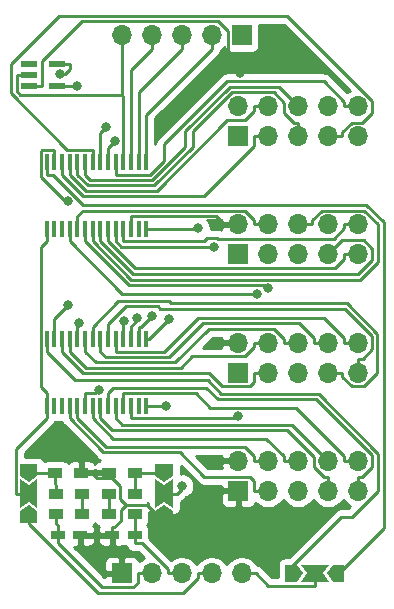
<source format=gtl>
%TF.GenerationSoftware,KiCad,Pcbnew,(5.1.6-0-10_14)*%
%TF.CreationDate,2020-09-10T14:25:20+09:00*%
%TF.ProjectId,qPCR-photo_mux_ADG706BRUZ-ND,71504352-2d70-4686-9f74-6f5f6d75785f,rev?*%
%TF.SameCoordinates,Original*%
%TF.FileFunction,Copper,L1,Top*%
%TF.FilePolarity,Positive*%
%FSLAX46Y46*%
G04 Gerber Fmt 4.6, Leading zero omitted, Abs format (unit mm)*
G04 Created by KiCad (PCBNEW (5.1.6-0-10_14)) date 2020-09-10 14:25:20*
%MOMM*%
%LPD*%
G01*
G04 APERTURE LIST*
%TA.AperFunction,SMDPad,CuDef*%
%ADD10R,1.200000X0.750000*%
%TD*%
%TA.AperFunction,ComponentPad*%
%ADD11O,1.700000X1.700000*%
%TD*%
%TA.AperFunction,ComponentPad*%
%ADD12R,1.700000X1.700000*%
%TD*%
%TA.AperFunction,SMDPad,CuDef*%
%ADD13C,0.100000*%
%TD*%
%TA.AperFunction,Conductor*%
%ADD14C,0.100000*%
%TD*%
%TA.AperFunction,SMDPad,CuDef*%
%ADD15R,1.200000X0.900000*%
%TD*%
%TA.AperFunction,SMDPad,CuDef*%
%ADD16R,0.355600X1.473200*%
%TD*%
%TA.AperFunction,SMDPad,CuDef*%
%ADD17R,1.473200X0.558800*%
%TD*%
%TA.AperFunction,ViaPad*%
%ADD18C,0.800000*%
%TD*%
%TA.AperFunction,Conductor*%
%ADD19C,0.250000*%
%TD*%
%TA.AperFunction,Conductor*%
%ADD20C,0.254000*%
%TD*%
G04 APERTURE END LIST*
D10*
%TO.P,C1,2*%
%TO.N,GND*%
X89650000Y-106750000D03*
%TO.P,C1,1*%
%TO.N,+10V*%
X87750000Y-106750000D03*
%TD*%
%TO.P,C2,1*%
%TO.N,-10V*%
X94250000Y-106750000D03*
%TO.P,C2,2*%
%TO.N,GND*%
X92350000Y-106750000D03*
%TD*%
D11*
%TO.P,J1,5*%
%TO.N,PD_MUX_OUT*%
X103298000Y-110000000D03*
%TO.P,J1,4*%
%TO.N,VCC_LOGIC*%
X100758000Y-110000000D03*
%TO.P,J1,3*%
%TO.N,-10V*%
X98218000Y-110000000D03*
%TO.P,J1,2*%
%TO.N,+10V*%
X95678000Y-110000000D03*
D12*
%TO.P,J1,1*%
%TO.N,GND*%
X93138000Y-110000000D03*
%TD*%
%TO.P,J2,1*%
%TO.N,ADDRESSA3*%
X103298000Y-64440000D03*
D11*
%TO.P,J2,2*%
%TO.N,ADDRESSA2*%
X100758000Y-64440000D03*
%TO.P,J2,3*%
%TO.N,ADDRESSA1*%
X98218000Y-64440000D03*
%TO.P,J2,4*%
%TO.N,ADDRESSA0*%
X95678000Y-64440000D03*
%TO.P,J2,5*%
%TO.N,MUX_SELECT*%
X93138000Y-64440000D03*
%TD*%
%TA.AperFunction,SMDPad,CuDef*%
D13*
%TO.P,JP1,1*%
%TO.N,/PD_MUX_OUT1*%
G36*
X110500000Y-110000000D02*
G01*
X111000000Y-109250000D01*
X112000000Y-109250000D01*
X112000000Y-110750000D01*
X111000000Y-110750000D01*
X110500000Y-110000000D01*
G37*
%TD.AperFunction*%
%TA.AperFunction,Conductor*%
D14*
%TD*%
%TO.N,PD_MUX_OUT*%
%TO.C,JP1*%
G36*
X108800000Y-110000000D02*
G01*
X108300000Y-109250000D01*
X110700000Y-109250000D01*
X110200000Y-110000000D01*
X110700000Y-110750000D01*
X108300000Y-110750000D01*
X108800000Y-110000000D01*
G37*
%TD.AperFunction*%
%TA.AperFunction,SMDPad,CuDef*%
D13*
%TO.P,JP1,3*%
%TO.N,/PD_MUX_OUT2*%
G36*
X108500000Y-110000000D02*
G01*
X108000000Y-110750000D01*
X107000000Y-110750000D01*
X107000000Y-109250000D01*
X108000000Y-109250000D01*
X108500000Y-110000000D01*
G37*
%TD.AperFunction*%
%TD*%
%TA.AperFunction,SMDPad,CuDef*%
%TO.P,JP2,3*%
%TO.N,/+3.33V*%
G36*
X85250000Y-102250000D02*
G01*
X84500000Y-101750000D01*
X84500000Y-100750000D01*
X86000000Y-100750000D01*
X86000000Y-101750000D01*
X85250000Y-102250000D01*
G37*
%TD.AperFunction*%
%TA.AperFunction,Conductor*%
D14*
%TD*%
%TO.N,/VDD*%
%TO.C,JP2*%
G36*
X85250000Y-102550000D02*
G01*
X86000000Y-102050000D01*
X86000000Y-104450000D01*
X85250000Y-103950000D01*
X84500000Y-104450000D01*
X84500000Y-102050000D01*
X85250000Y-102550000D01*
G37*
%TD.AperFunction*%
%TA.AperFunction,SMDPad,CuDef*%
D13*
%TO.P,JP2,1*%
%TO.N,VCC_LOGIC*%
G36*
X85250000Y-104250000D02*
G01*
X86000000Y-104750000D01*
X86000000Y-105750000D01*
X84500000Y-105750000D01*
X84500000Y-104750000D01*
X85250000Y-104250000D01*
G37*
%TD.AperFunction*%
%TD*%
%TA.AperFunction,SMDPad,CuDef*%
%TO.P,JP3,1*%
%TO.N,GND*%
G36*
X96750000Y-104250000D02*
G01*
X97500000Y-104750000D01*
X97500000Y-105750000D01*
X96000000Y-105750000D01*
X96000000Y-104750000D01*
X96750000Y-104250000D01*
G37*
%TD.AperFunction*%
%TA.AperFunction,Conductor*%
D14*
%TD*%
%TO.N,/VSS*%
%TO.C,JP3*%
G36*
X96750000Y-102550000D02*
G01*
X97500000Y-102050000D01*
X97500000Y-104450000D01*
X96750000Y-103950000D01*
X96000000Y-104450000D01*
X96000000Y-102050000D01*
X96750000Y-102550000D01*
G37*
%TD.AperFunction*%
%TA.AperFunction,SMDPad,CuDef*%
D13*
%TO.P,JP3,3*%
%TO.N,/-3.33V*%
G36*
X96750000Y-102250000D02*
G01*
X96000000Y-101750000D01*
X96000000Y-100750000D01*
X97500000Y-100750000D01*
X97500000Y-101750000D01*
X96750000Y-102250000D01*
G37*
%TD.AperFunction*%
%TD*%
D11*
%TO.P,N_PD1,10*%
%TO.N,N_PD1_OUT1*%
X113160000Y-70460000D03*
%TO.P,N_PD1,9*%
%TO.N,N_PD1_OUT2*%
X113160000Y-73000000D03*
%TO.P,N_PD1,8*%
%TO.N,N_PD1_OUT3*%
X110620000Y-70460000D03*
%TO.P,N_PD1,7*%
%TO.N,N_PD1_OUT4*%
X110620000Y-73000000D03*
%TO.P,N_PD1,6*%
%TO.N,N_PD1_OUT5*%
X108080000Y-70460000D03*
%TO.P,N_PD1,5*%
%TO.N,N_PD1_OUT6*%
X108080000Y-73000000D03*
%TO.P,N_PD1,4*%
%TO.N,N_PD1_OUT7*%
X105540000Y-70460000D03*
%TO.P,N_PD1,3*%
%TO.N,N_PD1_OUT8*%
X105540000Y-73000000D03*
%TO.P,N_PD1,2*%
%TO.N,GND*%
X103000000Y-70460000D03*
D12*
%TO.P,N_PD1,1*%
X103000000Y-73000000D03*
%TD*%
%TO.P,N_PD2,1*%
%TO.N,GND*%
X103000000Y-83000000D03*
D11*
%TO.P,N_PD2,2*%
X103000000Y-80460000D03*
%TO.P,N_PD2,3*%
%TO.N,N_PD1_OUT16*%
X105540000Y-83000000D03*
%TO.P,N_PD2,4*%
%TO.N,N_PD1_OUT15*%
X105540000Y-80460000D03*
%TO.P,N_PD2,5*%
%TO.N,N_PD1_OUT14*%
X108080000Y-83000000D03*
%TO.P,N_PD2,6*%
%TO.N,N_PD1_OUT13*%
X108080000Y-80460000D03*
%TO.P,N_PD2,7*%
%TO.N,N_PD1_OUT12*%
X110620000Y-83000000D03*
%TO.P,N_PD2,8*%
%TO.N,N_PD1_OUT10*%
X110620000Y-80460000D03*
%TO.P,N_PD2,9*%
%TO.N,N_PD1_OUT11*%
X113160000Y-83000000D03*
%TO.P,N_PD2,10*%
%TO.N,N_PD1_OUT9*%
X113160000Y-80460000D03*
%TD*%
D15*
%TO.P,R1,2*%
%TO.N,Net-(R1-Pad2)*%
X89750000Y-105000000D03*
%TO.P,R1,1*%
%TO.N,+10V*%
X87550000Y-105000000D03*
%TD*%
%TO.P,R2,1*%
%TO.N,Net-(R1-Pad2)*%
X89750000Y-103250000D03*
%TO.P,R2,2*%
%TO.N,/+3.33V*%
X87550000Y-103250000D03*
%TD*%
%TO.P,R3,2*%
%TO.N,GND*%
X89700000Y-101500000D03*
%TO.P,R3,1*%
%TO.N,/+3.33V*%
X87500000Y-101500000D03*
%TD*%
%TO.P,R4,1*%
%TO.N,-10V*%
X94250000Y-105000000D03*
%TO.P,R4,2*%
%TO.N,Net-(R4-Pad2)*%
X92050000Y-105000000D03*
%TD*%
%TO.P,R5,2*%
%TO.N,/-3.33V*%
X94250000Y-103250000D03*
%TO.P,R5,1*%
%TO.N,Net-(R4-Pad2)*%
X92050000Y-103250000D03*
%TD*%
%TO.P,R6,1*%
%TO.N,/-3.33V*%
X94250000Y-101500000D03*
%TO.P,R6,2*%
%TO.N,GND*%
X92050000Y-101500000D03*
%TD*%
D12*
%TO.P,S_PD1,1*%
%TO.N,GND*%
X103000000Y-93000000D03*
D11*
%TO.P,S_PD1,2*%
X103000000Y-90460000D03*
%TO.P,S_PD1,3*%
%TO.N,S_PD1_OUT8*%
X105540000Y-93000000D03*
%TO.P,S_PD1,4*%
%TO.N,S_PD1_OUT7*%
X105540000Y-90460000D03*
%TO.P,S_PD1,5*%
%TO.N,S_PD1_OUT6*%
X108080000Y-93000000D03*
%TO.P,S_PD1,6*%
%TO.N,S_PD1_OUT5*%
X108080000Y-90460000D03*
%TO.P,S_PD1,7*%
%TO.N,S_PD1_OUT4*%
X110620000Y-93000000D03*
%TO.P,S_PD1,8*%
%TO.N,S_PD1_OUT3*%
X110620000Y-90460000D03*
%TO.P,S_PD1,9*%
%TO.N,S_PD1_OUT2*%
X113160000Y-93000000D03*
%TO.P,S_PD1,10*%
%TO.N,S_PD1_OUT1*%
X113160000Y-90460000D03*
%TD*%
%TO.P,S_PD2,10*%
%TO.N,S_PD1_OUT9*%
X113160000Y-100460000D03*
%TO.P,S_PD2,9*%
%TO.N,S_PD1_OUT11*%
X113160000Y-103000000D03*
%TO.P,S_PD2,8*%
%TO.N,S_PD1_OUT10*%
X110620000Y-100460000D03*
%TO.P,S_PD2,7*%
%TO.N,S_PD1_OUT12*%
X110620000Y-103000000D03*
%TO.P,S_PD2,6*%
%TO.N,S_PD1_OUT13*%
X108080000Y-100460000D03*
%TO.P,S_PD2,5*%
%TO.N,S_PD1_OUT14*%
X108080000Y-103000000D03*
%TO.P,S_PD2,4*%
%TO.N,S_PD1_OUT15*%
X105540000Y-100460000D03*
%TO.P,S_PD2,3*%
%TO.N,S_PD1_OUT16*%
X105540000Y-103000000D03*
%TO.P,S_PD2,2*%
%TO.N,GND*%
X103000000Y-100460000D03*
D12*
%TO.P,S_PD2,1*%
X103000000Y-103000000D03*
%TD*%
D16*
%TO.P,U1,1*%
%TO.N,/VDD*%
X86775000Y-95819400D03*
%TO.P,U1,2*%
%TO.N,Net-(U1-Pad2)*%
X87425001Y-95819400D03*
%TO.P,U1,3*%
%TO.N,Net-(U1-Pad3)*%
X88075000Y-95819400D03*
%TO.P,U1,4*%
%TO.N,S_PD1_OUT16*%
X88725001Y-95819400D03*
%TO.P,U1,5*%
%TO.N,S_PD1_OUT15*%
X89374999Y-95819400D03*
%TO.P,U1,6*%
%TO.N,S_PD1_OUT14*%
X90025001Y-95819400D03*
%TO.P,U1,7*%
%TO.N,S_PD1_OUT13*%
X90674999Y-95819400D03*
%TO.P,U1,8*%
%TO.N,S_PD1_OUT12*%
X91324998Y-95819400D03*
%TO.P,U1,9*%
%TO.N,S_PD1_OUT11*%
X91974999Y-95819400D03*
%TO.P,U1,10*%
%TO.N,S_PD1_OUT10*%
X92624998Y-95819400D03*
%TO.P,U1,11*%
%TO.N,S_PD1_OUT9*%
X93274999Y-95819400D03*
%TO.P,U1,12*%
%TO.N,GND*%
X93924998Y-95819400D03*
%TO.P,U1,13*%
%TO.N,Net-(U1-Pad13)*%
X94574999Y-95819400D03*
%TO.P,U1,14*%
%TO.N,ADDRESSA3*%
X95224998Y-95819400D03*
%TO.P,U1,15*%
%TO.N,ADDRESSA2*%
X95225000Y-90180600D03*
%TO.P,U1,16*%
%TO.N,ADDRESSA1*%
X94574999Y-90180600D03*
%TO.P,U1,17*%
%TO.N,ADDRESSA0*%
X93925000Y-90180600D03*
%TO.P,U1,18*%
%TO.N,/MUX_SELECT_INV*%
X93274999Y-90180600D03*
%TO.P,U1,19*%
%TO.N,S_PD1_OUT1*%
X92625001Y-90180600D03*
%TO.P,U1,20*%
%TO.N,S_PD1_OUT2*%
X91974999Y-90180600D03*
%TO.P,U1,21*%
%TO.N,S_PD1_OUT3*%
X91325001Y-90180600D03*
%TO.P,U1,22*%
%TO.N,S_PD1_OUT4*%
X90674999Y-90180600D03*
%TO.P,U1,23*%
%TO.N,S_PD1_OUT5*%
X90025001Y-90180600D03*
%TO.P,U1,24*%
%TO.N,S_PD1_OUT6*%
X89374999Y-90180600D03*
%TO.P,U1,25*%
%TO.N,S_PD1_OUT7*%
X88725001Y-90180600D03*
%TO.P,U1,26*%
%TO.N,S_PD1_OUT8*%
X88075000Y-90180600D03*
%TO.P,U1,27*%
%TO.N,/VSS*%
X87425001Y-90180600D03*
%TO.P,U1,28*%
%TO.N,/PD_MUX_OUT2*%
X86775000Y-90180600D03*
%TD*%
D17*
%TO.P,U3,5*%
%TO.N,VCC_LOGIC*%
X87696000Y-66829899D03*
%TO.P,U3,4*%
%TO.N,/MUX_SELECT_INV*%
X87696000Y-68729901D03*
%TO.P,U3,3*%
%TO.N,GND*%
X85308400Y-68729901D03*
%TO.P,U3,2*%
%TO.N,MUX_SELECT*%
X85308400Y-67779900D03*
%TO.P,U3,1*%
%TO.N,Net-(U3-Pad1)*%
X85308400Y-66829899D03*
%TD*%
D16*
%TO.P,U4,28*%
%TO.N,/PD_MUX_OUT1*%
X86775000Y-75180600D03*
%TO.P,U4,27*%
%TO.N,/VSS*%
X87425001Y-75180600D03*
%TO.P,U4,26*%
%TO.N,N_PD1_OUT8*%
X88075000Y-75180600D03*
%TO.P,U4,25*%
%TO.N,N_PD1_OUT7*%
X88725001Y-75180600D03*
%TO.P,U4,24*%
%TO.N,N_PD1_OUT6*%
X89374999Y-75180600D03*
%TO.P,U4,23*%
%TO.N,N_PD1_OUT5*%
X90025001Y-75180600D03*
%TO.P,U4,22*%
%TO.N,N_PD1_OUT4*%
X90674999Y-75180600D03*
%TO.P,U4,21*%
%TO.N,N_PD1_OUT3*%
X91325001Y-75180600D03*
%TO.P,U4,20*%
%TO.N,N_PD1_OUT2*%
X91974999Y-75180600D03*
%TO.P,U4,19*%
%TO.N,N_PD1_OUT1*%
X92625001Y-75180600D03*
%TO.P,U4,18*%
%TO.N,MUX_SELECT*%
X93274999Y-75180600D03*
%TO.P,U4,17*%
%TO.N,ADDRESSA0*%
X93925000Y-75180600D03*
%TO.P,U4,16*%
%TO.N,ADDRESSA1*%
X94574999Y-75180600D03*
%TO.P,U4,15*%
%TO.N,ADDRESSA2*%
X95225000Y-75180600D03*
%TO.P,U4,14*%
%TO.N,ADDRESSA3*%
X95224998Y-80819400D03*
%TO.P,U4,13*%
%TO.N,Net-(U4-Pad13)*%
X94574999Y-80819400D03*
%TO.P,U4,12*%
%TO.N,GND*%
X93924998Y-80819400D03*
%TO.P,U4,11*%
%TO.N,N_PD1_OUT9*%
X93274999Y-80819400D03*
%TO.P,U4,10*%
%TO.N,N_PD1_OUT10*%
X92624998Y-80819400D03*
%TO.P,U4,9*%
%TO.N,N_PD1_OUT11*%
X91974999Y-80819400D03*
%TO.P,U4,8*%
%TO.N,N_PD1_OUT12*%
X91324998Y-80819400D03*
%TO.P,U4,7*%
%TO.N,N_PD1_OUT13*%
X90674999Y-80819400D03*
%TO.P,U4,6*%
%TO.N,N_PD1_OUT14*%
X90025001Y-80819400D03*
%TO.P,U4,5*%
%TO.N,N_PD1_OUT15*%
X89374999Y-80819400D03*
%TO.P,U4,4*%
%TO.N,N_PD1_OUT16*%
X88725001Y-80819400D03*
%TO.P,U4,3*%
%TO.N,Net-(U4-Pad3)*%
X88075000Y-80819400D03*
%TO.P,U4,2*%
%TO.N,Net-(U4-Pad2)*%
X87425001Y-80819400D03*
%TO.P,U4,1*%
%TO.N,/VDD*%
X86775000Y-80819400D03*
%TD*%
D18*
%TO.N,GND*%
X103181400Y-67624900D03*
X103000000Y-96701900D03*
%TO.N,VCC_LOGIC*%
X87891900Y-67719600D03*
%TO.N,ADDRESSA3*%
X96865000Y-95819400D03*
X99636300Y-80775000D03*
%TO.N,ADDRESSA2*%
X97135000Y-88460600D03*
%TO.N,ADDRESSA1*%
X95714600Y-88193700D03*
%TO.N,ADDRESSA0*%
X94454000Y-88364500D03*
%TO.N,/VSS*%
X98245000Y-102576800D03*
X88617200Y-87245000D03*
X88553300Y-78481300D03*
%TO.N,N_PD1_OUT2*%
X92537900Y-73418400D03*
%TO.N,N_PD1_OUT3*%
X91817500Y-72239900D03*
%TO.N,N_PD1_OUT16*%
X104588100Y-86320400D03*
%TO.N,N_PD1_OUT14*%
X105530600Y-85848300D03*
%TO.N,N_PD1_OUT10*%
X100966800Y-82334100D03*
%TO.N,S_PD1_OUT6*%
X89508500Y-88820500D03*
%TO.N,S_PD1_OUT14*%
X91177900Y-94433600D03*
%TO.N,/MUX_SELECT_INV*%
X93327300Y-88670000D03*
X89342500Y-68729900D03*
%TD*%
D19*
%TO.N,GND*%
X93490300Y-104224600D02*
X93050300Y-104664600D01*
X93050300Y-104664600D02*
X93050300Y-105524600D01*
X93050300Y-105524600D02*
X92525200Y-106049700D01*
X92525200Y-106049700D02*
X92350000Y-106049700D01*
X96750000Y-105250000D02*
X96274700Y-105250000D01*
X96274700Y-105250000D02*
X95249300Y-104224600D01*
X95249300Y-104224600D02*
X93490300Y-104224600D01*
X92050000Y-101887600D02*
X92281500Y-101887600D01*
X92281500Y-101887600D02*
X92975400Y-102581500D01*
X92975400Y-102581500D02*
X92975400Y-103709700D01*
X92975400Y-103709700D02*
X93490300Y-104224600D01*
X90625300Y-101500000D02*
X91012900Y-101887600D01*
X91012900Y-101887600D02*
X92050000Y-101887600D01*
X92350000Y-106750000D02*
X92350000Y-106049700D01*
X101824700Y-103000000D02*
X99574700Y-105250000D01*
X99574700Y-105250000D02*
X96750000Y-105250000D01*
X103000000Y-80460000D02*
X101824700Y-80460000D01*
X93925000Y-80819400D02*
X93925000Y-79757500D01*
X93925000Y-79757500D02*
X101122200Y-79757500D01*
X101122200Y-79757500D02*
X101824700Y-80460000D01*
X93925000Y-96881300D02*
X102820600Y-96881300D01*
X102820600Y-96881300D02*
X103000000Y-96701900D01*
X85308400Y-68729900D02*
X86370300Y-68729900D01*
X103181400Y-67624900D02*
X102122600Y-66566100D01*
X102122600Y-66566100D02*
X102122600Y-64089900D01*
X102122600Y-64089900D02*
X101263700Y-63231000D01*
X101263700Y-63231000D02*
X89760300Y-63231000D01*
X89760300Y-63231000D02*
X86370300Y-66621000D01*
X86370300Y-66621000D02*
X86370300Y-68729900D01*
X103000000Y-103000000D02*
X101824700Y-103000000D01*
X93925000Y-95819400D02*
X93925000Y-96881300D01*
X92350000Y-106750000D02*
X90575300Y-106750000D01*
X89650000Y-106750000D02*
X90575300Y-106750000D01*
X93138000Y-108824700D02*
X92350000Y-108036700D01*
X92350000Y-108036700D02*
X92350000Y-106750000D01*
X89700000Y-101500000D02*
X90625300Y-101500000D01*
X92050000Y-101500000D02*
X92050000Y-101887600D01*
X93138000Y-110000000D02*
X93138000Y-108824700D01*
%TO.N,+10V*%
X95678000Y-110000000D02*
X94502700Y-110000000D01*
X87750000Y-106750000D02*
X87750000Y-107450300D01*
X87750000Y-107450300D02*
X91475000Y-111175300D01*
X91475000Y-111175300D02*
X94135500Y-111175300D01*
X94135500Y-111175300D02*
X94502700Y-110808100D01*
X94502700Y-110808100D02*
X94502700Y-110000000D01*
X87550000Y-105775300D02*
X87750000Y-105975300D01*
X87750000Y-105975300D02*
X87750000Y-106750000D01*
X87550000Y-105000000D02*
X87550000Y-105775300D01*
%TO.N,-10V*%
X94250000Y-106750000D02*
X94250000Y-107450300D01*
X94250000Y-107450300D02*
X94836000Y-107450300D01*
X94836000Y-107450300D02*
X97042700Y-109657000D01*
X97042700Y-109657000D02*
X97042700Y-110000000D01*
X94250000Y-105000000D02*
X94250000Y-106750000D01*
X98218000Y-110000000D02*
X97042700Y-110000000D01*
%TO.N,PD_MUX_OUT*%
X103298000Y-110000000D02*
X104473300Y-110000000D01*
X109500000Y-110000000D02*
X109500000Y-111075300D01*
X109500000Y-111075300D02*
X105548600Y-111075300D01*
X105548600Y-111075300D02*
X104473300Y-110000000D01*
%TO.N,VCC_LOGIC*%
X100758000Y-110000000D02*
X99582700Y-110000000D01*
X99582700Y-110000000D02*
X99582700Y-110367300D01*
X99582700Y-110367300D02*
X98289000Y-111661000D01*
X98289000Y-111661000D02*
X91095700Y-111661000D01*
X91095700Y-111661000D02*
X85250000Y-105815300D01*
X85250000Y-105815300D02*
X85250000Y-105250000D01*
X88757900Y-66829900D02*
X88757900Y-67274800D01*
X88757900Y-67274800D02*
X88313100Y-67719600D01*
X88313100Y-67719600D02*
X87891900Y-67719600D01*
X87696000Y-66829900D02*
X88757900Y-66829900D01*
%TO.N,ADDRESSA3*%
X95225000Y-80819400D02*
X99591900Y-80819400D01*
X99591900Y-80819400D02*
X99636300Y-80775000D01*
X95225000Y-95819400D02*
X96865000Y-95819400D01*
%TO.N,ADDRESSA2*%
X97135000Y-88460600D02*
X95415000Y-90180600D01*
X95415000Y-90180600D02*
X95225000Y-90180600D01*
X95225000Y-74118700D02*
X95225000Y-71148300D01*
X95225000Y-71148300D02*
X100758000Y-65615300D01*
X100758000Y-64440000D02*
X100758000Y-65615300D01*
X95225000Y-75180600D02*
X95225000Y-74118700D01*
%TO.N,ADDRESSA1*%
X98218000Y-64440000D02*
X98218000Y-65615300D01*
X94575000Y-75180600D02*
X94575000Y-69258300D01*
X94575000Y-69258300D02*
X98218000Y-65615300D01*
X95714600Y-88193700D02*
X94789600Y-89118700D01*
X94789600Y-89118700D02*
X94575000Y-89118700D01*
X94575000Y-90180600D02*
X94575000Y-89118700D01*
%TO.N,ADDRESSA0*%
X93925000Y-90180600D02*
X93925000Y-89098200D01*
X93925000Y-89098200D02*
X94454000Y-88569200D01*
X94454000Y-88569200D02*
X94454000Y-88364500D01*
X95678000Y-64440000D02*
X95678000Y-65615300D01*
X93925000Y-75180600D02*
X93925000Y-67368300D01*
X93925000Y-67368300D02*
X95678000Y-65615300D01*
%TO.N,MUX_SELECT*%
X93138000Y-69469200D02*
X84556500Y-69469200D01*
X84556500Y-69469200D02*
X84246500Y-69159200D01*
X84246500Y-69159200D02*
X84246500Y-67779900D01*
X93275000Y-75180600D02*
X93275000Y-74118700D01*
X93275000Y-74118700D02*
X93275000Y-69606200D01*
X93275000Y-69606200D02*
X93138000Y-69469200D01*
X93138000Y-69469200D02*
X93138000Y-65615300D01*
X85308400Y-67779900D02*
X84246500Y-67779900D01*
X93138000Y-64440000D02*
X93138000Y-65615300D01*
%TO.N,/PD_MUX_OUT1*%
X111500000Y-110000000D02*
X115306600Y-106193400D01*
X115306600Y-106193400D02*
X115306600Y-80237500D01*
X115306600Y-80237500D02*
X113854100Y-78785000D01*
X113854100Y-78785000D02*
X89882900Y-78785000D01*
X89882900Y-78785000D02*
X87340400Y-76242500D01*
X87340400Y-76242500D02*
X86775000Y-76242500D01*
X86775000Y-75180600D02*
X86775000Y-76242500D01*
%TO.N,/PD_MUX_OUT2*%
X107500000Y-110000000D02*
X107500000Y-109462300D01*
X107500000Y-109462300D02*
X111729700Y-105232600D01*
X111729700Y-105232600D02*
X112614000Y-105232600D01*
X112614000Y-105232600D02*
X114850800Y-102995800D01*
X114850800Y-102995800D02*
X114850800Y-99850900D01*
X114850800Y-99850900D02*
X109812000Y-94812100D01*
X109812000Y-94812100D02*
X101551800Y-94812100D01*
X101551800Y-94812100D02*
X100404000Y-93664300D01*
X100404000Y-93664300D02*
X89196800Y-93664300D01*
X89196800Y-93664300D02*
X86775000Y-91242500D01*
X86775000Y-90180600D02*
X86775000Y-91242500D01*
%TO.N,/+3.33V*%
X87500000Y-101500000D02*
X85500000Y-101500000D01*
X85500000Y-101500000D02*
X85250000Y-101250000D01*
X87550000Y-102474700D02*
X87500000Y-102424700D01*
X87500000Y-102424700D02*
X87500000Y-101500000D01*
X87550000Y-103250000D02*
X87550000Y-102474700D01*
%TO.N,/VDD*%
X86775000Y-80819400D02*
X86775000Y-81881300D01*
X86775000Y-95819400D02*
X86775000Y-94757500D01*
X86775000Y-94757500D02*
X86271900Y-94254400D01*
X86271900Y-94254400D02*
X86271900Y-82384400D01*
X86271900Y-82384400D02*
X86775000Y-81881300D01*
X86775000Y-96350300D02*
X86775000Y-95819400D01*
X86775000Y-96350300D02*
X86775000Y-96881300D01*
X85250000Y-103250000D02*
X84174700Y-103250000D01*
X86775000Y-96881300D02*
X84174700Y-99481600D01*
X84174700Y-99481600D02*
X84174700Y-103250000D01*
%TO.N,/VSS*%
X87425000Y-74118700D02*
X86376000Y-74118700D01*
X86376000Y-74118700D02*
X86271800Y-74222900D01*
X86271800Y-74222900D02*
X86271800Y-76439600D01*
X86271800Y-76439600D02*
X88313400Y-78481200D01*
X88313400Y-78481200D02*
X88553300Y-78481200D01*
X88553300Y-78481200D02*
X88553300Y-78481300D01*
X97825300Y-103250000D02*
X98245000Y-102830300D01*
X98245000Y-102830300D02*
X98245000Y-102576800D01*
X96750000Y-103250000D02*
X97825300Y-103250000D01*
X87425000Y-89118700D02*
X87425000Y-88437200D01*
X87425000Y-88437200D02*
X88617200Y-87245000D01*
X87425000Y-75180600D02*
X87425000Y-74118700D01*
X87425000Y-90180600D02*
X87425000Y-89118700D01*
%TO.N,/-3.33V*%
X94250000Y-103250000D02*
X94250000Y-101500000D01*
X94250000Y-101500000D02*
X96500000Y-101500000D01*
X96500000Y-101500000D02*
X96750000Y-101250000D01*
%TO.N,N_PD1_OUT1*%
X92625000Y-76242500D02*
X95555000Y-76242500D01*
X95555000Y-76242500D02*
X96742800Y-75054700D01*
X96742800Y-75054700D02*
X96742800Y-73678300D01*
X96742800Y-73678300D02*
X102070900Y-68350200D01*
X102070900Y-68350200D02*
X110242200Y-68350200D01*
X110242200Y-68350200D02*
X111984700Y-70092700D01*
X111984700Y-70092700D02*
X111984700Y-70460000D01*
X113160000Y-70460000D02*
X111984700Y-70460000D01*
X92625000Y-75180600D02*
X92625000Y-76242500D01*
%TO.N,N_PD1_OUT2*%
X91975000Y-75180600D02*
X91975000Y-73981300D01*
X91975000Y-73981300D02*
X92537900Y-73418400D01*
%TO.N,N_PD1_OUT3*%
X91325000Y-75180600D02*
X91325000Y-72732400D01*
X91325000Y-72732400D02*
X91817500Y-72239900D01*
%TO.N,N_PD1_OUT4*%
X110620000Y-73000000D02*
X111795300Y-73000000D01*
X90675000Y-75180600D02*
X90675000Y-74118700D01*
X90675000Y-74118700D02*
X88526500Y-74118700D01*
X88526500Y-74118700D02*
X83755500Y-69347700D01*
X83755500Y-69347700D02*
X83755500Y-66858800D01*
X83755500Y-66858800D02*
X87833700Y-62780600D01*
X87833700Y-62780600D02*
X107163100Y-62780600D01*
X107163100Y-62780600D02*
X114347100Y-69964600D01*
X114347100Y-69964600D02*
X114347100Y-71000200D01*
X114347100Y-71000200D02*
X113522600Y-71824700D01*
X113522600Y-71824700D02*
X112603200Y-71824700D01*
X112603200Y-71824700D02*
X111795300Y-72632600D01*
X111795300Y-72632600D02*
X111795300Y-73000000D01*
%TO.N,N_PD1_OUT5*%
X90025000Y-76242500D02*
X90489200Y-76706700D01*
X90489200Y-76706700D02*
X95727700Y-76706700D01*
X95727700Y-76706700D02*
X98526400Y-73908000D01*
X98526400Y-73908000D02*
X98526400Y-72550900D01*
X98526400Y-72550900D02*
X102276800Y-68800500D01*
X102276800Y-68800500D02*
X106420500Y-68800500D01*
X106420500Y-68800500D02*
X108080000Y-70460000D01*
X90025000Y-75180600D02*
X90025000Y-76242500D01*
%TO.N,N_PD1_OUT6*%
X108080000Y-71824700D02*
X107712600Y-71824700D01*
X107712600Y-71824700D02*
X106904700Y-71016800D01*
X106904700Y-71016800D02*
X106904700Y-70138300D01*
X106904700Y-70138300D02*
X106043800Y-69277400D01*
X106043800Y-69277400D02*
X102452400Y-69277400D01*
X102452400Y-69277400D02*
X99201800Y-72528000D01*
X99201800Y-72528000D02*
X99201800Y-73869500D01*
X99201800Y-73869500D02*
X95914200Y-77157100D01*
X95914200Y-77157100D02*
X90289600Y-77157100D01*
X90289600Y-77157100D02*
X89375000Y-76242500D01*
X89375000Y-75180600D02*
X89375000Y-76242500D01*
X108080000Y-73000000D02*
X108080000Y-71824700D01*
%TO.N,N_PD1_OUT7*%
X104364700Y-70460000D02*
X104364700Y-70827400D01*
X104364700Y-70827400D02*
X103556800Y-71635300D01*
X103556800Y-71635300D02*
X102072900Y-71635300D01*
X102072900Y-71635300D02*
X96100800Y-77607400D01*
X96100800Y-77607400D02*
X90089900Y-77607400D01*
X90089900Y-77607400D02*
X88725000Y-76242500D01*
X88725000Y-75180600D02*
X88725000Y-76242500D01*
X105540000Y-70460000D02*
X104364700Y-70460000D01*
%TO.N,N_PD1_OUT8*%
X104364700Y-73000000D02*
X104364700Y-73808000D01*
X104364700Y-73808000D02*
X100115000Y-78057700D01*
X100115000Y-78057700D02*
X89890200Y-78057700D01*
X89890200Y-78057700D02*
X88075000Y-76242500D01*
X88075000Y-75180600D02*
X88075000Y-76242500D01*
X105540000Y-73000000D02*
X104364700Y-73000000D01*
%TO.N,N_PD1_OUT16*%
X88725000Y-81881300D02*
X93164100Y-86320400D01*
X93164100Y-86320400D02*
X104588100Y-86320400D01*
X88725000Y-80819400D02*
X88725000Y-81881300D01*
%TO.N,N_PD1_OUT15*%
X105540000Y-80460000D02*
X104364700Y-80460000D01*
X89375000Y-80819400D02*
X89375000Y-79757500D01*
X89375000Y-79757500D02*
X89847800Y-79284700D01*
X89847800Y-79284700D02*
X103556800Y-79284700D01*
X103556800Y-79284700D02*
X104364700Y-80092600D01*
X104364700Y-80092600D02*
X104364700Y-80460000D01*
%TO.N,N_PD1_OUT14*%
X90025000Y-81881300D02*
X93716900Y-85573200D01*
X93716900Y-85573200D02*
X105255500Y-85573200D01*
X105255500Y-85573200D02*
X105530600Y-85848300D01*
X90025000Y-80819400D02*
X90025000Y-81881300D01*
%TO.N,N_PD1_OUT13*%
X90675000Y-81881300D02*
X93916600Y-85122900D01*
X93916600Y-85122900D02*
X113345800Y-85122900D01*
X113345800Y-85122900D02*
X114800000Y-83668700D01*
X114800000Y-83668700D02*
X114800000Y-80419800D01*
X114800000Y-80419800D02*
X113664900Y-79284700D01*
X113664900Y-79284700D02*
X110063200Y-79284700D01*
X110063200Y-79284700D02*
X109255300Y-80092600D01*
X109255300Y-80092600D02*
X109255300Y-80460000D01*
X90675000Y-80819400D02*
X90675000Y-81881300D01*
X108080000Y-80460000D02*
X109255300Y-80460000D01*
%TO.N,N_PD1_OUT12*%
X91325000Y-80819400D02*
X91325000Y-81881300D01*
X91325000Y-81881300D02*
X94116300Y-84672600D01*
X94116300Y-84672600D02*
X113159200Y-84672600D01*
X113159200Y-84672600D02*
X114349700Y-83482100D01*
X114349700Y-83482100D02*
X114349700Y-82509200D01*
X114349700Y-82509200D02*
X113647300Y-81806800D01*
X113647300Y-81806800D02*
X111813200Y-81806800D01*
X111813200Y-81806800D02*
X110620000Y-83000000D01*
%TO.N,N_PD1_OUT10*%
X92625000Y-81881300D02*
X93077800Y-82334100D01*
X93077800Y-82334100D02*
X100966800Y-82334100D01*
X92625000Y-80819400D02*
X92625000Y-81881300D01*
%TO.N,N_PD1_OUT11*%
X113160000Y-83000000D02*
X111984700Y-83000000D01*
X91975000Y-80819400D02*
X91975000Y-81881300D01*
X91975000Y-81881300D02*
X94269000Y-84175300D01*
X94269000Y-84175300D02*
X111176800Y-84175300D01*
X111176800Y-84175300D02*
X111984700Y-83367400D01*
X111984700Y-83367400D02*
X111984700Y-83000000D01*
%TO.N,N_PD1_OUT9*%
X113160000Y-80460000D02*
X111984700Y-80460000D01*
X93275000Y-80819400D02*
X93275000Y-81881300D01*
X93275000Y-81881300D02*
X100088600Y-81881300D01*
X100088600Y-81881300D02*
X100394200Y-81575700D01*
X100394200Y-81575700D02*
X101235300Y-81575700D01*
X101235300Y-81575700D02*
X101312400Y-81652800D01*
X101312400Y-81652800D02*
X111105400Y-81652800D01*
X111105400Y-81652800D02*
X111984700Y-80773500D01*
X111984700Y-80773500D02*
X111984700Y-80460000D01*
%TO.N,Net-(R1-Pad2)*%
X89750000Y-103250000D02*
X89750000Y-105000000D01*
%TO.N,Net-(R4-Pad2)*%
X92050000Y-105000000D02*
X92050000Y-103250000D01*
%TO.N,S_PD1_OUT8*%
X104364700Y-93000000D02*
X104364700Y-93808100D01*
X104364700Y-93808100D02*
X103997500Y-94175300D01*
X103997500Y-94175300D02*
X101664400Y-94175300D01*
X101664400Y-94175300D02*
X100532800Y-93043700D01*
X100532800Y-93043700D02*
X89876200Y-93043700D01*
X89876200Y-93043700D02*
X88075000Y-91242500D01*
X105540000Y-93000000D02*
X104364700Y-93000000D01*
X88075000Y-90180600D02*
X88075000Y-91242500D01*
%TO.N,S_PD1_OUT7*%
X104364700Y-90460000D02*
X104364700Y-90827400D01*
X104364700Y-90827400D02*
X103556800Y-91635300D01*
X103556800Y-91635300D02*
X99128800Y-91635300D01*
X99128800Y-91635300D02*
X98170700Y-92593400D01*
X98170700Y-92593400D02*
X90075900Y-92593400D01*
X90075900Y-92593400D02*
X88725000Y-91242500D01*
X105540000Y-90460000D02*
X104364700Y-90460000D01*
X88725000Y-90180600D02*
X88725000Y-91242500D01*
%TO.N,S_PD1_OUT6*%
X89508500Y-88820500D02*
X89375000Y-88954000D01*
X89375000Y-88954000D02*
X89375000Y-90180600D01*
%TO.N,S_PD1_OUT5*%
X106904700Y-90460000D02*
X106904700Y-90155500D01*
X106904700Y-90155500D02*
X106028100Y-89278900D01*
X106028100Y-89278900D02*
X100516400Y-89278900D01*
X100516400Y-89278900D02*
X97652200Y-92143100D01*
X97652200Y-92143100D02*
X90925600Y-92143100D01*
X90925600Y-92143100D02*
X90025000Y-91242500D01*
X108080000Y-90460000D02*
X106904700Y-90460000D01*
X90025000Y-90180600D02*
X90025000Y-91242500D01*
%TO.N,S_PD1_OUT4*%
X111795300Y-93000000D02*
X111795300Y-93367400D01*
X111795300Y-93367400D02*
X112603200Y-94175300D01*
X112603200Y-94175300D02*
X113670400Y-94175300D01*
X113670400Y-94175300D02*
X114788400Y-93057300D01*
X114788400Y-93057300D02*
X114788400Y-89702500D01*
X114788400Y-89702500D02*
X112231900Y-87146000D01*
X112231900Y-87146000D02*
X97350100Y-87146000D01*
X97350100Y-87146000D02*
X97150800Y-86946700D01*
X97150800Y-86946700D02*
X92847000Y-86946700D01*
X92847000Y-86946700D02*
X90675000Y-89118700D01*
X90675000Y-90180600D02*
X90675000Y-89118700D01*
X110620000Y-93000000D02*
X111795300Y-93000000D01*
%TO.N,S_PD1_OUT3*%
X109444700Y-90460000D02*
X109444700Y-90092700D01*
X109444700Y-90092700D02*
X108180600Y-88828600D01*
X108180600Y-88828600D02*
X100024900Y-88828600D01*
X100024900Y-88828600D02*
X97160700Y-91692800D01*
X97160700Y-91692800D02*
X91775300Y-91692800D01*
X91775300Y-91692800D02*
X91325000Y-91242500D01*
X110620000Y-90460000D02*
X109444700Y-90460000D01*
X91325000Y-90180600D02*
X91325000Y-91242500D01*
%TO.N,S_PD1_OUT2*%
X113160000Y-91824700D02*
X113527400Y-91824700D01*
X113527400Y-91824700D02*
X114335300Y-91016800D01*
X114335300Y-91016800D02*
X114335300Y-89918600D01*
X114335300Y-89918600D02*
X112013000Y-87596300D01*
X112013000Y-87596300D02*
X96413600Y-87596300D01*
X96413600Y-87596300D02*
X96214300Y-87397000D01*
X96214300Y-87397000D02*
X93482100Y-87397000D01*
X93482100Y-87397000D02*
X91975000Y-88904100D01*
X91975000Y-88904100D02*
X91975000Y-89118700D01*
X113160000Y-93000000D02*
X113160000Y-91824700D01*
X91975000Y-90180600D02*
X91975000Y-89118700D01*
%TO.N,S_PD1_OUT1*%
X111984700Y-90460000D02*
X111984700Y-90092700D01*
X111984700Y-90092700D02*
X110270300Y-88378300D01*
X110270300Y-88378300D02*
X99613000Y-88378300D01*
X99613000Y-88378300D02*
X96748800Y-91242500D01*
X96748800Y-91242500D02*
X92625000Y-91242500D01*
X113160000Y-90460000D02*
X111984700Y-90460000D01*
X92625000Y-90180600D02*
X92625000Y-91242500D01*
%TO.N,S_PD1_OUT9*%
X93275000Y-94757500D02*
X99395700Y-94757500D01*
X99395700Y-94757500D02*
X100614700Y-95976500D01*
X100614700Y-95976500D02*
X107868500Y-95976500D01*
X107868500Y-95976500D02*
X111984700Y-100092700D01*
X111984700Y-100092700D02*
X111984700Y-100460000D01*
X113160000Y-100460000D02*
X111984700Y-100460000D01*
X93275000Y-95819400D02*
X93275000Y-94757500D01*
%TO.N,S_PD1_OUT11*%
X91975000Y-94757500D02*
X92425400Y-94307100D01*
X92425400Y-94307100D02*
X100297400Y-94307100D01*
X100297400Y-94307100D02*
X101252800Y-95262500D01*
X101252800Y-95262500D02*
X109625500Y-95262500D01*
X109625500Y-95262500D02*
X114341400Y-99978400D01*
X114341400Y-99978400D02*
X114341400Y-101008600D01*
X114341400Y-101008600D02*
X113525300Y-101824700D01*
X113525300Y-101824700D02*
X113160000Y-101824700D01*
X113160000Y-103000000D02*
X113160000Y-101824700D01*
X91975000Y-95819400D02*
X91975000Y-94757500D01*
%TO.N,S_PD1_OUT10*%
X110620000Y-100460000D02*
X107587300Y-97427300D01*
X107587300Y-97427300D02*
X93171000Y-97427300D01*
X93171000Y-97427300D02*
X92625000Y-96881300D01*
X92625000Y-95819400D02*
X92625000Y-96881300D01*
%TO.N,S_PD1_OUT12*%
X110620000Y-103000000D02*
X110620000Y-101824700D01*
X91325000Y-95819400D02*
X91325000Y-96881300D01*
X91325000Y-96881300D02*
X92321500Y-97877800D01*
X92321500Y-97877800D02*
X107164200Y-97877800D01*
X107164200Y-97877800D02*
X109444700Y-100158300D01*
X109444700Y-100158300D02*
X109444700Y-101016800D01*
X109444700Y-101016800D02*
X110252600Y-101824700D01*
X110252600Y-101824700D02*
X110620000Y-101824700D01*
%TO.N,S_PD1_OUT13*%
X106904700Y-100460000D02*
X106904700Y-100092700D01*
X106904700Y-100092700D02*
X105393000Y-98581000D01*
X105393000Y-98581000D02*
X92374700Y-98581000D01*
X92374700Y-98581000D02*
X90675000Y-96881300D01*
X108080000Y-100460000D02*
X106904700Y-100460000D01*
X90675000Y-95819400D02*
X90675000Y-96881300D01*
%TO.N,S_PD1_OUT14*%
X90025000Y-95819400D02*
X90025000Y-94757500D01*
X90025000Y-94757500D02*
X90854000Y-94757500D01*
X90854000Y-94757500D02*
X91177900Y-94433600D01*
%TO.N,S_PD1_OUT15*%
X105540000Y-100460000D02*
X104364700Y-100460000D01*
X89375000Y-95819400D02*
X89375000Y-96881300D01*
X89375000Y-96881300D02*
X91778400Y-99284700D01*
X91778400Y-99284700D02*
X103556800Y-99284700D01*
X103556800Y-99284700D02*
X104364700Y-100092600D01*
X104364700Y-100092600D02*
X104364700Y-100460000D01*
%TO.N,S_PD1_OUT16*%
X104364700Y-103000000D02*
X104364700Y-102191900D01*
X104364700Y-102191900D02*
X103997500Y-101824700D01*
X103997500Y-101824700D02*
X100130000Y-101824700D01*
X100130000Y-101824700D02*
X98050800Y-99745500D01*
X98050800Y-99745500D02*
X91589200Y-99745500D01*
X91589200Y-99745500D02*
X88725000Y-96881300D01*
X105540000Y-103000000D02*
X104364700Y-103000000D01*
X88725000Y-95819400D02*
X88725000Y-96881300D01*
%TO.N,/MUX_SELECT_INV*%
X87696000Y-68729900D02*
X89342500Y-68729900D01*
X93327300Y-88670000D02*
X93275000Y-88722300D01*
X93275000Y-88722300D02*
X93275000Y-90180600D01*
%TD*%
D20*
%TO.N,GND*%
G36*
X99566200Y-102335702D02*
G01*
X99589999Y-102364701D01*
X99705724Y-102459674D01*
X99837753Y-102530246D01*
X99981014Y-102573703D01*
X100092667Y-102584700D01*
X100092677Y-102584700D01*
X100130000Y-102588376D01*
X100167323Y-102584700D01*
X101514295Y-102584700D01*
X101515000Y-102714250D01*
X101673750Y-102873000D01*
X102873000Y-102873000D01*
X102873000Y-102853000D01*
X103127000Y-102853000D01*
X103127000Y-102873000D01*
X103147000Y-102873000D01*
X103147000Y-103127000D01*
X103127000Y-103127000D01*
X103127000Y-104326250D01*
X103285750Y-104485000D01*
X103850000Y-104488072D01*
X103974482Y-104475812D01*
X104094180Y-104439502D01*
X104204494Y-104380537D01*
X104301185Y-104301185D01*
X104380537Y-104204494D01*
X104439502Y-104094180D01*
X104461513Y-104021620D01*
X104593368Y-104153475D01*
X104836589Y-104315990D01*
X105106842Y-104427932D01*
X105393740Y-104485000D01*
X105686260Y-104485000D01*
X105973158Y-104427932D01*
X106243411Y-104315990D01*
X106486632Y-104153475D01*
X106693475Y-103946632D01*
X106810000Y-103772240D01*
X106926525Y-103946632D01*
X107133368Y-104153475D01*
X107376589Y-104315990D01*
X107646842Y-104427932D01*
X107933740Y-104485000D01*
X108226260Y-104485000D01*
X108513158Y-104427932D01*
X108783411Y-104315990D01*
X109026632Y-104153475D01*
X109233475Y-103946632D01*
X109350000Y-103772240D01*
X109466525Y-103946632D01*
X109673368Y-104153475D01*
X109916589Y-104315990D01*
X110186842Y-104427932D01*
X110473740Y-104485000D01*
X110766260Y-104485000D01*
X111053158Y-104427932D01*
X111323411Y-104315990D01*
X111566632Y-104153475D01*
X111773475Y-103946632D01*
X111890000Y-103772240D01*
X112006525Y-103946632D01*
X112213368Y-104153475D01*
X112456121Y-104315678D01*
X112299199Y-104472600D01*
X111767022Y-104472600D01*
X111729699Y-104468924D01*
X111692376Y-104472600D01*
X111692367Y-104472600D01*
X111580714Y-104483597D01*
X111437453Y-104527054D01*
X111305423Y-104597626D01*
X111272234Y-104624864D01*
X111189699Y-104692599D01*
X111165901Y-104721597D01*
X107275571Y-108611928D01*
X107000000Y-108611928D01*
X106875518Y-108624188D01*
X106755820Y-108660498D01*
X106645506Y-108719463D01*
X106548815Y-108798815D01*
X106469463Y-108895506D01*
X106410498Y-109005820D01*
X106374188Y-109125518D01*
X106361928Y-109250000D01*
X106361928Y-110315300D01*
X105863402Y-110315300D01*
X105037104Y-109489002D01*
X105013301Y-109459999D01*
X104897576Y-109365026D01*
X104765547Y-109294454D01*
X104622286Y-109250997D01*
X104580796Y-109246911D01*
X104451475Y-109053368D01*
X104244632Y-108846525D01*
X104001411Y-108684010D01*
X103731158Y-108572068D01*
X103444260Y-108515000D01*
X103151740Y-108515000D01*
X102864842Y-108572068D01*
X102594589Y-108684010D01*
X102351368Y-108846525D01*
X102144525Y-109053368D01*
X102028000Y-109227760D01*
X101911475Y-109053368D01*
X101704632Y-108846525D01*
X101461411Y-108684010D01*
X101191158Y-108572068D01*
X100904260Y-108515000D01*
X100611740Y-108515000D01*
X100324842Y-108572068D01*
X100054589Y-108684010D01*
X99811368Y-108846525D01*
X99604525Y-109053368D01*
X99488000Y-109227760D01*
X99371475Y-109053368D01*
X99164632Y-108846525D01*
X98921411Y-108684010D01*
X98651158Y-108572068D01*
X98364260Y-108515000D01*
X98071740Y-108515000D01*
X97784842Y-108572068D01*
X97514589Y-108684010D01*
X97292744Y-108832242D01*
X95488072Y-107027571D01*
X95488072Y-106375000D01*
X95475812Y-106250518D01*
X95439502Y-106130820D01*
X95380537Y-106020506D01*
X95301185Y-105923815D01*
X95287398Y-105912500D01*
X95301185Y-105901185D01*
X95380537Y-105804494D01*
X95439502Y-105694180D01*
X95475812Y-105574482D01*
X95488072Y-105450000D01*
X95488072Y-104827116D01*
X95548343Y-104900713D01*
X95644951Y-104980166D01*
X95755204Y-105039246D01*
X95874864Y-105075681D01*
X95999333Y-105088072D01*
X96123827Y-105075941D01*
X96243563Y-105039757D01*
X96353939Y-104980908D01*
X96750000Y-104716867D01*
X97146061Y-104980908D01*
X97255820Y-105039502D01*
X97375518Y-105075812D01*
X97500000Y-105088072D01*
X97624482Y-105075812D01*
X97744180Y-105039502D01*
X97854494Y-104980537D01*
X97951185Y-104901185D01*
X98030537Y-104804494D01*
X98089502Y-104694180D01*
X98125812Y-104574482D01*
X98138072Y-104450000D01*
X98138072Y-103944575D01*
X98249576Y-103884974D01*
X98292191Y-103850000D01*
X101511928Y-103850000D01*
X101524188Y-103974482D01*
X101560498Y-104094180D01*
X101619463Y-104204494D01*
X101698815Y-104301185D01*
X101795506Y-104380537D01*
X101905820Y-104439502D01*
X102025518Y-104475812D01*
X102150000Y-104488072D01*
X102714250Y-104485000D01*
X102873000Y-104326250D01*
X102873000Y-103127000D01*
X101673750Y-103127000D01*
X101515000Y-103285750D01*
X101511928Y-103850000D01*
X98292191Y-103850000D01*
X98365301Y-103790001D01*
X98389103Y-103760998D01*
X98600122Y-103549980D01*
X98735256Y-103494005D01*
X98904774Y-103380737D01*
X99048937Y-103236574D01*
X99162205Y-103067056D01*
X99240226Y-102878698D01*
X99280000Y-102678739D01*
X99280000Y-102474861D01*
X99240226Y-102274902D01*
X99162205Y-102086544D01*
X99048937Y-101917026D01*
X98904774Y-101772863D01*
X98735256Y-101659595D01*
X98546898Y-101581574D01*
X98346939Y-101541800D01*
X98143061Y-101541800D01*
X98138072Y-101542792D01*
X98138072Y-100907573D01*
X99566200Y-102335702D01*
G37*
X99566200Y-102335702D02*
X99589999Y-102364701D01*
X99705724Y-102459674D01*
X99837753Y-102530246D01*
X99981014Y-102573703D01*
X100092667Y-102584700D01*
X100092677Y-102584700D01*
X100130000Y-102588376D01*
X100167323Y-102584700D01*
X101514295Y-102584700D01*
X101515000Y-102714250D01*
X101673750Y-102873000D01*
X102873000Y-102873000D01*
X102873000Y-102853000D01*
X103127000Y-102853000D01*
X103127000Y-102873000D01*
X103147000Y-102873000D01*
X103147000Y-103127000D01*
X103127000Y-103127000D01*
X103127000Y-104326250D01*
X103285750Y-104485000D01*
X103850000Y-104488072D01*
X103974482Y-104475812D01*
X104094180Y-104439502D01*
X104204494Y-104380537D01*
X104301185Y-104301185D01*
X104380537Y-104204494D01*
X104439502Y-104094180D01*
X104461513Y-104021620D01*
X104593368Y-104153475D01*
X104836589Y-104315990D01*
X105106842Y-104427932D01*
X105393740Y-104485000D01*
X105686260Y-104485000D01*
X105973158Y-104427932D01*
X106243411Y-104315990D01*
X106486632Y-104153475D01*
X106693475Y-103946632D01*
X106810000Y-103772240D01*
X106926525Y-103946632D01*
X107133368Y-104153475D01*
X107376589Y-104315990D01*
X107646842Y-104427932D01*
X107933740Y-104485000D01*
X108226260Y-104485000D01*
X108513158Y-104427932D01*
X108783411Y-104315990D01*
X109026632Y-104153475D01*
X109233475Y-103946632D01*
X109350000Y-103772240D01*
X109466525Y-103946632D01*
X109673368Y-104153475D01*
X109916589Y-104315990D01*
X110186842Y-104427932D01*
X110473740Y-104485000D01*
X110766260Y-104485000D01*
X111053158Y-104427932D01*
X111323411Y-104315990D01*
X111566632Y-104153475D01*
X111773475Y-103946632D01*
X111890000Y-103772240D01*
X112006525Y-103946632D01*
X112213368Y-104153475D01*
X112456121Y-104315678D01*
X112299199Y-104472600D01*
X111767022Y-104472600D01*
X111729699Y-104468924D01*
X111692376Y-104472600D01*
X111692367Y-104472600D01*
X111580714Y-104483597D01*
X111437453Y-104527054D01*
X111305423Y-104597626D01*
X111272234Y-104624864D01*
X111189699Y-104692599D01*
X111165901Y-104721597D01*
X107275571Y-108611928D01*
X107000000Y-108611928D01*
X106875518Y-108624188D01*
X106755820Y-108660498D01*
X106645506Y-108719463D01*
X106548815Y-108798815D01*
X106469463Y-108895506D01*
X106410498Y-109005820D01*
X106374188Y-109125518D01*
X106361928Y-109250000D01*
X106361928Y-110315300D01*
X105863402Y-110315300D01*
X105037104Y-109489002D01*
X105013301Y-109459999D01*
X104897576Y-109365026D01*
X104765547Y-109294454D01*
X104622286Y-109250997D01*
X104580796Y-109246911D01*
X104451475Y-109053368D01*
X104244632Y-108846525D01*
X104001411Y-108684010D01*
X103731158Y-108572068D01*
X103444260Y-108515000D01*
X103151740Y-108515000D01*
X102864842Y-108572068D01*
X102594589Y-108684010D01*
X102351368Y-108846525D01*
X102144525Y-109053368D01*
X102028000Y-109227760D01*
X101911475Y-109053368D01*
X101704632Y-108846525D01*
X101461411Y-108684010D01*
X101191158Y-108572068D01*
X100904260Y-108515000D01*
X100611740Y-108515000D01*
X100324842Y-108572068D01*
X100054589Y-108684010D01*
X99811368Y-108846525D01*
X99604525Y-109053368D01*
X99488000Y-109227760D01*
X99371475Y-109053368D01*
X99164632Y-108846525D01*
X98921411Y-108684010D01*
X98651158Y-108572068D01*
X98364260Y-108515000D01*
X98071740Y-108515000D01*
X97784842Y-108572068D01*
X97514589Y-108684010D01*
X97292744Y-108832242D01*
X95488072Y-107027571D01*
X95488072Y-106375000D01*
X95475812Y-106250518D01*
X95439502Y-106130820D01*
X95380537Y-106020506D01*
X95301185Y-105923815D01*
X95287398Y-105912500D01*
X95301185Y-105901185D01*
X95380537Y-105804494D01*
X95439502Y-105694180D01*
X95475812Y-105574482D01*
X95488072Y-105450000D01*
X95488072Y-104827116D01*
X95548343Y-104900713D01*
X95644951Y-104980166D01*
X95755204Y-105039246D01*
X95874864Y-105075681D01*
X95999333Y-105088072D01*
X96123827Y-105075941D01*
X96243563Y-105039757D01*
X96353939Y-104980908D01*
X96750000Y-104716867D01*
X97146061Y-104980908D01*
X97255820Y-105039502D01*
X97375518Y-105075812D01*
X97500000Y-105088072D01*
X97624482Y-105075812D01*
X97744180Y-105039502D01*
X97854494Y-104980537D01*
X97951185Y-104901185D01*
X98030537Y-104804494D01*
X98089502Y-104694180D01*
X98125812Y-104574482D01*
X98138072Y-104450000D01*
X98138072Y-103944575D01*
X98249576Y-103884974D01*
X98292191Y-103850000D01*
X101511928Y-103850000D01*
X101524188Y-103974482D01*
X101560498Y-104094180D01*
X101619463Y-104204494D01*
X101698815Y-104301185D01*
X101795506Y-104380537D01*
X101905820Y-104439502D01*
X102025518Y-104475812D01*
X102150000Y-104488072D01*
X102714250Y-104485000D01*
X102873000Y-104326250D01*
X102873000Y-103127000D01*
X101673750Y-103127000D01*
X101515000Y-103285750D01*
X101511928Y-103850000D01*
X98292191Y-103850000D01*
X98365301Y-103790001D01*
X98389103Y-103760998D01*
X98600122Y-103549980D01*
X98735256Y-103494005D01*
X98904774Y-103380737D01*
X99048937Y-103236574D01*
X99162205Y-103067056D01*
X99240226Y-102878698D01*
X99280000Y-102678739D01*
X99280000Y-102474861D01*
X99240226Y-102274902D01*
X99162205Y-102086544D01*
X99048937Y-101917026D01*
X98904774Y-101772863D01*
X98735256Y-101659595D01*
X98546898Y-101581574D01*
X98346939Y-101541800D01*
X98143061Y-101541800D01*
X98138072Y-101542792D01*
X98138072Y-100907573D01*
X99566200Y-102335702D01*
G36*
X90919463Y-105804494D02*
G01*
X90998815Y-105901185D01*
X91095506Y-105980537D01*
X91205820Y-106039502D01*
X91208822Y-106040413D01*
X91160498Y-106130820D01*
X91124188Y-106250518D01*
X91111928Y-106375000D01*
X91115000Y-106464250D01*
X91273750Y-106623000D01*
X92223000Y-106623000D01*
X92223000Y-106603000D01*
X92477000Y-106603000D01*
X92477000Y-106623000D01*
X92497000Y-106623000D01*
X92497000Y-106877000D01*
X92477000Y-106877000D01*
X92477000Y-107601250D01*
X92635750Y-107760000D01*
X92950000Y-107763072D01*
X93074482Y-107750812D01*
X93194180Y-107714502D01*
X93300000Y-107657939D01*
X93405820Y-107714502D01*
X93525518Y-107750812D01*
X93550170Y-107753240D01*
X93615026Y-107874576D01*
X93709999Y-107990301D01*
X93825724Y-108085274D01*
X93957753Y-108155846D01*
X94101014Y-108199303D01*
X94212667Y-108210300D01*
X94250000Y-108213977D01*
X94287333Y-108210300D01*
X94521199Y-108210300D01*
X94988957Y-108678059D01*
X94974589Y-108684010D01*
X94731368Y-108846525D01*
X94599513Y-108978380D01*
X94577502Y-108905820D01*
X94518537Y-108795506D01*
X94439185Y-108698815D01*
X94342494Y-108619463D01*
X94232180Y-108560498D01*
X94112482Y-108524188D01*
X93988000Y-108511928D01*
X93423750Y-108515000D01*
X93265000Y-108673750D01*
X93265000Y-109873000D01*
X93285000Y-109873000D01*
X93285000Y-110127000D01*
X93265000Y-110127000D01*
X93265000Y-110147000D01*
X93011000Y-110147000D01*
X93011000Y-110127000D01*
X91811750Y-110127000D01*
X91656626Y-110282124D01*
X90524502Y-109150000D01*
X91649928Y-109150000D01*
X91653000Y-109714250D01*
X91811750Y-109873000D01*
X93011000Y-109873000D01*
X93011000Y-108673750D01*
X92852250Y-108515000D01*
X92288000Y-108511928D01*
X92163518Y-108524188D01*
X92043820Y-108560498D01*
X91933506Y-108619463D01*
X91836815Y-108698815D01*
X91757463Y-108795506D01*
X91698498Y-108905820D01*
X91662188Y-109025518D01*
X91649928Y-109150000D01*
X90524502Y-109150000D01*
X89136725Y-107762224D01*
X89364250Y-107760000D01*
X89523000Y-107601250D01*
X89523000Y-106877000D01*
X89777000Y-106877000D01*
X89777000Y-107601250D01*
X89935750Y-107760000D01*
X90250000Y-107763072D01*
X90374482Y-107750812D01*
X90494180Y-107714502D01*
X90604494Y-107655537D01*
X90701185Y-107576185D01*
X90780537Y-107479494D01*
X90839502Y-107369180D01*
X90875812Y-107249482D01*
X90888072Y-107125000D01*
X91111928Y-107125000D01*
X91124188Y-107249482D01*
X91160498Y-107369180D01*
X91219463Y-107479494D01*
X91298815Y-107576185D01*
X91395506Y-107655537D01*
X91505820Y-107714502D01*
X91625518Y-107750812D01*
X91750000Y-107763072D01*
X92064250Y-107760000D01*
X92223000Y-107601250D01*
X92223000Y-106877000D01*
X91273750Y-106877000D01*
X91115000Y-107035750D01*
X91111928Y-107125000D01*
X90888072Y-107125000D01*
X90885000Y-107035750D01*
X90726250Y-106877000D01*
X89777000Y-106877000D01*
X89523000Y-106877000D01*
X89503000Y-106877000D01*
X89503000Y-106623000D01*
X89523000Y-106623000D01*
X89523000Y-106603000D01*
X89777000Y-106603000D01*
X89777000Y-106623000D01*
X90726250Y-106623000D01*
X90885000Y-106464250D01*
X90888072Y-106375000D01*
X90875812Y-106250518D01*
X90839502Y-106130820D01*
X90780537Y-106020506D01*
X90730333Y-105959332D01*
X90801185Y-105901185D01*
X90880537Y-105804494D01*
X90900000Y-105768082D01*
X90919463Y-105804494D01*
G37*
X90919463Y-105804494D02*
X90998815Y-105901185D01*
X91095506Y-105980537D01*
X91205820Y-106039502D01*
X91208822Y-106040413D01*
X91160498Y-106130820D01*
X91124188Y-106250518D01*
X91111928Y-106375000D01*
X91115000Y-106464250D01*
X91273750Y-106623000D01*
X92223000Y-106623000D01*
X92223000Y-106603000D01*
X92477000Y-106603000D01*
X92477000Y-106623000D01*
X92497000Y-106623000D01*
X92497000Y-106877000D01*
X92477000Y-106877000D01*
X92477000Y-107601250D01*
X92635750Y-107760000D01*
X92950000Y-107763072D01*
X93074482Y-107750812D01*
X93194180Y-107714502D01*
X93300000Y-107657939D01*
X93405820Y-107714502D01*
X93525518Y-107750812D01*
X93550170Y-107753240D01*
X93615026Y-107874576D01*
X93709999Y-107990301D01*
X93825724Y-108085274D01*
X93957753Y-108155846D01*
X94101014Y-108199303D01*
X94212667Y-108210300D01*
X94250000Y-108213977D01*
X94287333Y-108210300D01*
X94521199Y-108210300D01*
X94988957Y-108678059D01*
X94974589Y-108684010D01*
X94731368Y-108846525D01*
X94599513Y-108978380D01*
X94577502Y-108905820D01*
X94518537Y-108795506D01*
X94439185Y-108698815D01*
X94342494Y-108619463D01*
X94232180Y-108560498D01*
X94112482Y-108524188D01*
X93988000Y-108511928D01*
X93423750Y-108515000D01*
X93265000Y-108673750D01*
X93265000Y-109873000D01*
X93285000Y-109873000D01*
X93285000Y-110127000D01*
X93265000Y-110127000D01*
X93265000Y-110147000D01*
X93011000Y-110147000D01*
X93011000Y-110127000D01*
X91811750Y-110127000D01*
X91656626Y-110282124D01*
X90524502Y-109150000D01*
X91649928Y-109150000D01*
X91653000Y-109714250D01*
X91811750Y-109873000D01*
X93011000Y-109873000D01*
X93011000Y-108673750D01*
X92852250Y-108515000D01*
X92288000Y-108511928D01*
X92163518Y-108524188D01*
X92043820Y-108560498D01*
X91933506Y-108619463D01*
X91836815Y-108698815D01*
X91757463Y-108795506D01*
X91698498Y-108905820D01*
X91662188Y-109025518D01*
X91649928Y-109150000D01*
X90524502Y-109150000D01*
X89136725Y-107762224D01*
X89364250Y-107760000D01*
X89523000Y-107601250D01*
X89523000Y-106877000D01*
X89777000Y-106877000D01*
X89777000Y-107601250D01*
X89935750Y-107760000D01*
X90250000Y-107763072D01*
X90374482Y-107750812D01*
X90494180Y-107714502D01*
X90604494Y-107655537D01*
X90701185Y-107576185D01*
X90780537Y-107479494D01*
X90839502Y-107369180D01*
X90875812Y-107249482D01*
X90888072Y-107125000D01*
X91111928Y-107125000D01*
X91124188Y-107249482D01*
X91160498Y-107369180D01*
X91219463Y-107479494D01*
X91298815Y-107576185D01*
X91395506Y-107655537D01*
X91505820Y-107714502D01*
X91625518Y-107750812D01*
X91750000Y-107763072D01*
X92064250Y-107760000D01*
X92223000Y-107601250D01*
X92223000Y-106877000D01*
X91273750Y-106877000D01*
X91115000Y-107035750D01*
X91111928Y-107125000D01*
X90888072Y-107125000D01*
X90885000Y-107035750D01*
X90726250Y-106877000D01*
X89777000Y-106877000D01*
X89523000Y-106877000D01*
X89503000Y-106877000D01*
X89503000Y-106623000D01*
X89523000Y-106623000D01*
X89523000Y-106603000D01*
X89777000Y-106603000D01*
X89777000Y-106623000D01*
X90726250Y-106623000D01*
X90885000Y-106464250D01*
X90888072Y-106375000D01*
X90875812Y-106250518D01*
X90839502Y-106130820D01*
X90780537Y-106020506D01*
X90730333Y-105959332D01*
X90801185Y-105901185D01*
X90880537Y-105804494D01*
X90900000Y-105768082D01*
X90919463Y-105804494D01*
G36*
X95361928Y-104172831D02*
G01*
X95322674Y-104125000D01*
X95361928Y-104077169D01*
X95361928Y-104172831D01*
G37*
X95361928Y-104172831D02*
X95322674Y-104125000D01*
X95361928Y-104077169D01*
X95361928Y-104172831D01*
G36*
X87772718Y-97181812D02*
G01*
X87897200Y-97194072D01*
X88030425Y-97194072D01*
X88090026Y-97305576D01*
X88161201Y-97392302D01*
X88185000Y-97421301D01*
X88213998Y-97445099D01*
X91025405Y-100256508D01*
X91049199Y-100285501D01*
X91078192Y-100309295D01*
X91078196Y-100309299D01*
X91148885Y-100367311D01*
X91164924Y-100380474D01*
X91275240Y-100439440D01*
X91205820Y-100460498D01*
X91095506Y-100519463D01*
X90998815Y-100598815D01*
X90919463Y-100695506D01*
X90875000Y-100778689D01*
X90830537Y-100695506D01*
X90751185Y-100598815D01*
X90654494Y-100519463D01*
X90544180Y-100460498D01*
X90424482Y-100424188D01*
X90300000Y-100411928D01*
X89985750Y-100415000D01*
X89827000Y-100573750D01*
X89827000Y-101373000D01*
X90776250Y-101373000D01*
X90875000Y-101274250D01*
X90973750Y-101373000D01*
X91923000Y-101373000D01*
X91923000Y-101353000D01*
X92177000Y-101353000D01*
X92177000Y-101373000D01*
X92197000Y-101373000D01*
X92197000Y-101627000D01*
X92177000Y-101627000D01*
X92177000Y-101647000D01*
X91923000Y-101647000D01*
X91923000Y-101627000D01*
X90973750Y-101627000D01*
X90875000Y-101725750D01*
X90776250Y-101627000D01*
X89827000Y-101627000D01*
X89827000Y-101647000D01*
X89573000Y-101647000D01*
X89573000Y-101627000D01*
X89553000Y-101627000D01*
X89553000Y-101373000D01*
X89573000Y-101373000D01*
X89573000Y-100573750D01*
X89414250Y-100415000D01*
X89100000Y-100411928D01*
X88975518Y-100424188D01*
X88855820Y-100460498D01*
X88745506Y-100519463D01*
X88648815Y-100598815D01*
X88600000Y-100658296D01*
X88551185Y-100598815D01*
X88454494Y-100519463D01*
X88344180Y-100460498D01*
X88224482Y-100424188D01*
X88100000Y-100411928D01*
X86900000Y-100411928D01*
X86775518Y-100424188D01*
X86655820Y-100460498D01*
X86585397Y-100498140D01*
X86530537Y-100395506D01*
X86451185Y-100298815D01*
X86354494Y-100219463D01*
X86244180Y-100160498D01*
X86124482Y-100124188D01*
X86000000Y-100111928D01*
X84934700Y-100111928D01*
X84934700Y-99796401D01*
X87286003Y-97445099D01*
X87315001Y-97421301D01*
X87409974Y-97305576D01*
X87469575Y-97194072D01*
X87602801Y-97194072D01*
X87727283Y-97181812D01*
X87750001Y-97174921D01*
X87772718Y-97181812D01*
G37*
X87772718Y-97181812D02*
X87897200Y-97194072D01*
X88030425Y-97194072D01*
X88090026Y-97305576D01*
X88161201Y-97392302D01*
X88185000Y-97421301D01*
X88213998Y-97445099D01*
X91025405Y-100256508D01*
X91049199Y-100285501D01*
X91078192Y-100309295D01*
X91078196Y-100309299D01*
X91148885Y-100367311D01*
X91164924Y-100380474D01*
X91275240Y-100439440D01*
X91205820Y-100460498D01*
X91095506Y-100519463D01*
X90998815Y-100598815D01*
X90919463Y-100695506D01*
X90875000Y-100778689D01*
X90830537Y-100695506D01*
X90751185Y-100598815D01*
X90654494Y-100519463D01*
X90544180Y-100460498D01*
X90424482Y-100424188D01*
X90300000Y-100411928D01*
X89985750Y-100415000D01*
X89827000Y-100573750D01*
X89827000Y-101373000D01*
X90776250Y-101373000D01*
X90875000Y-101274250D01*
X90973750Y-101373000D01*
X91923000Y-101373000D01*
X91923000Y-101353000D01*
X92177000Y-101353000D01*
X92177000Y-101373000D01*
X92197000Y-101373000D01*
X92197000Y-101627000D01*
X92177000Y-101627000D01*
X92177000Y-101647000D01*
X91923000Y-101647000D01*
X91923000Y-101627000D01*
X90973750Y-101627000D01*
X90875000Y-101725750D01*
X90776250Y-101627000D01*
X89827000Y-101627000D01*
X89827000Y-101647000D01*
X89573000Y-101647000D01*
X89573000Y-101627000D01*
X89553000Y-101627000D01*
X89553000Y-101373000D01*
X89573000Y-101373000D01*
X89573000Y-100573750D01*
X89414250Y-100415000D01*
X89100000Y-100411928D01*
X88975518Y-100424188D01*
X88855820Y-100460498D01*
X88745506Y-100519463D01*
X88648815Y-100598815D01*
X88600000Y-100658296D01*
X88551185Y-100598815D01*
X88454494Y-100519463D01*
X88344180Y-100460498D01*
X88224482Y-100424188D01*
X88100000Y-100411928D01*
X86900000Y-100411928D01*
X86775518Y-100424188D01*
X86655820Y-100460498D01*
X86585397Y-100498140D01*
X86530537Y-100395506D01*
X86451185Y-100298815D01*
X86354494Y-100219463D01*
X86244180Y-100160498D01*
X86124482Y-100124188D01*
X86000000Y-100111928D01*
X84934700Y-100111928D01*
X84934700Y-99796401D01*
X87286003Y-97445099D01*
X87315001Y-97421301D01*
X87409974Y-97305576D01*
X87469575Y-97194072D01*
X87602801Y-97194072D01*
X87727283Y-97181812D01*
X87750001Y-97174921D01*
X87772718Y-97181812D01*
G36*
X101558519Y-100103109D02*
G01*
X101679186Y-100333000D01*
X102873000Y-100333000D01*
X102873000Y-100313000D01*
X103127000Y-100313000D01*
X103127000Y-100333000D01*
X103147000Y-100333000D01*
X103147000Y-100587000D01*
X103127000Y-100587000D01*
X103127000Y-100607000D01*
X102873000Y-100607000D01*
X102873000Y-100587000D01*
X101679186Y-100587000D01*
X101558519Y-100816891D01*
X101646424Y-101064700D01*
X100444802Y-101064700D01*
X99424801Y-100044700D01*
X101579238Y-100044700D01*
X101558519Y-100103109D01*
G37*
X101558519Y-100103109D02*
X101679186Y-100333000D01*
X102873000Y-100333000D01*
X102873000Y-100313000D01*
X103127000Y-100313000D01*
X103127000Y-100333000D01*
X103147000Y-100333000D01*
X103147000Y-100587000D01*
X103127000Y-100587000D01*
X103127000Y-100607000D01*
X102873000Y-100607000D01*
X102873000Y-100587000D01*
X101679186Y-100587000D01*
X101558519Y-100816891D01*
X101646424Y-101064700D01*
X100444802Y-101064700D01*
X99424801Y-100044700D01*
X101579238Y-100044700D01*
X101558519Y-100103109D01*
G36*
X103127000Y-92873000D02*
G01*
X103147000Y-92873000D01*
X103147000Y-93127000D01*
X103127000Y-93127000D01*
X103127000Y-93147000D01*
X102873000Y-93147000D01*
X102873000Y-93127000D01*
X102853000Y-93127000D01*
X102853000Y-92873000D01*
X102873000Y-92873000D01*
X102873000Y-92853000D01*
X103127000Y-92853000D01*
X103127000Y-92873000D01*
G37*
X103127000Y-92873000D02*
X103147000Y-92873000D01*
X103147000Y-93127000D01*
X103127000Y-93127000D01*
X103127000Y-93147000D01*
X102873000Y-93147000D01*
X102873000Y-93127000D01*
X102853000Y-93127000D01*
X102853000Y-92873000D01*
X102873000Y-92873000D01*
X102873000Y-92853000D01*
X103127000Y-92853000D01*
X103127000Y-92873000D01*
G36*
X101558519Y-90103109D02*
G01*
X101679186Y-90333000D01*
X102873000Y-90333000D01*
X102873000Y-90313000D01*
X103127000Y-90313000D01*
X103127000Y-90333000D01*
X103147000Y-90333000D01*
X103147000Y-90587000D01*
X103127000Y-90587000D01*
X103127000Y-90607000D01*
X102873000Y-90607000D01*
X102873000Y-90587000D01*
X101679186Y-90587000D01*
X101558519Y-90816891D01*
X101579238Y-90875300D01*
X99994802Y-90875300D01*
X100831203Y-90038900D01*
X101581296Y-90038900D01*
X101558519Y-90103109D01*
G37*
X101558519Y-90103109D02*
X101679186Y-90333000D01*
X102873000Y-90333000D01*
X102873000Y-90313000D01*
X103127000Y-90313000D01*
X103127000Y-90333000D01*
X103147000Y-90333000D01*
X103147000Y-90587000D01*
X103127000Y-90587000D01*
X103127000Y-90607000D01*
X102873000Y-90607000D01*
X102873000Y-90587000D01*
X101679186Y-90587000D01*
X101558519Y-90816891D01*
X101579238Y-90875300D01*
X99994802Y-90875300D01*
X100831203Y-90038900D01*
X101581296Y-90038900D01*
X101558519Y-90103109D01*
G36*
X103127000Y-82873000D02*
G01*
X103147000Y-82873000D01*
X103147000Y-83127000D01*
X103127000Y-83127000D01*
X103127000Y-83147000D01*
X102873000Y-83147000D01*
X102873000Y-83127000D01*
X102853000Y-83127000D01*
X102853000Y-82873000D01*
X102873000Y-82873000D01*
X102873000Y-82853000D01*
X103127000Y-82853000D01*
X103127000Y-82873000D01*
G37*
X103127000Y-82873000D02*
X103147000Y-82873000D01*
X103147000Y-83127000D01*
X103127000Y-83127000D01*
X103127000Y-83147000D01*
X102873000Y-83147000D01*
X102873000Y-83127000D01*
X102853000Y-83127000D01*
X102853000Y-82873000D01*
X102873000Y-82873000D01*
X102873000Y-82853000D01*
X103127000Y-82853000D01*
X103127000Y-82873000D01*
G36*
X101558519Y-80103109D02*
G01*
X101679186Y-80333000D01*
X102873000Y-80333000D01*
X102873000Y-80313000D01*
X103127000Y-80313000D01*
X103127000Y-80333000D01*
X103147000Y-80333000D01*
X103147000Y-80587000D01*
X103127000Y-80587000D01*
X103127000Y-80607000D01*
X102873000Y-80607000D01*
X102873000Y-80587000D01*
X101679186Y-80587000D01*
X101558519Y-80816891D01*
X101585446Y-80892800D01*
X101569914Y-80892800D01*
X101527547Y-80870154D01*
X101384286Y-80826697D01*
X101272633Y-80815700D01*
X101272622Y-80815700D01*
X101235300Y-80812024D01*
X101197978Y-80815700D01*
X100671300Y-80815700D01*
X100671300Y-80673061D01*
X100631526Y-80473102D01*
X100553505Y-80284744D01*
X100440237Y-80115226D01*
X100369711Y-80044700D01*
X101579238Y-80044700D01*
X101558519Y-80103109D01*
G37*
X101558519Y-80103109D02*
X101679186Y-80333000D01*
X102873000Y-80333000D01*
X102873000Y-80313000D01*
X103127000Y-80313000D01*
X103127000Y-80333000D01*
X103147000Y-80333000D01*
X103147000Y-80587000D01*
X103127000Y-80587000D01*
X103127000Y-80607000D01*
X102873000Y-80607000D01*
X102873000Y-80587000D01*
X101679186Y-80587000D01*
X101558519Y-80816891D01*
X101585446Y-80892800D01*
X101569914Y-80892800D01*
X101527547Y-80870154D01*
X101384286Y-80826697D01*
X101272633Y-80815700D01*
X101272622Y-80815700D01*
X101235300Y-80812024D01*
X101197978Y-80815700D01*
X100671300Y-80815700D01*
X100671300Y-80673061D01*
X100631526Y-80473102D01*
X100553505Y-80284744D01*
X100440237Y-80115226D01*
X100369711Y-80044700D01*
X101579238Y-80044700D01*
X101558519Y-80103109D01*
G36*
X112453663Y-69145965D02*
G01*
X112249311Y-69282509D01*
X110806004Y-67839203D01*
X110782201Y-67810199D01*
X110666476Y-67715226D01*
X110534447Y-67644654D01*
X110391186Y-67601197D01*
X110279533Y-67590200D01*
X110279522Y-67590200D01*
X110242200Y-67586524D01*
X110204878Y-67590200D01*
X102108222Y-67590200D01*
X102070899Y-67586524D01*
X102033576Y-67590200D01*
X102033567Y-67590200D01*
X101921914Y-67601197D01*
X101778653Y-67644654D01*
X101646624Y-67715226D01*
X101530899Y-67810199D01*
X101507101Y-67839197D01*
X96231798Y-73114501D01*
X96202800Y-73138299D01*
X96179002Y-73167297D01*
X96179001Y-73167298D01*
X96107826Y-73254024D01*
X96037254Y-73386054D01*
X96011700Y-73470298D01*
X95993798Y-73529314D01*
X95991278Y-73554901D01*
X95985000Y-73618641D01*
X95985000Y-71463101D01*
X101269003Y-66179099D01*
X101298001Y-66155301D01*
X101392974Y-66039576D01*
X101463546Y-65907547D01*
X101507003Y-65764286D01*
X101511089Y-65722796D01*
X101704632Y-65593475D01*
X101836487Y-65461620D01*
X101858498Y-65534180D01*
X101917463Y-65644494D01*
X101996815Y-65741185D01*
X102093506Y-65820537D01*
X102203820Y-65879502D01*
X102323518Y-65915812D01*
X102448000Y-65928072D01*
X104148000Y-65928072D01*
X104272482Y-65915812D01*
X104392180Y-65879502D01*
X104502494Y-65820537D01*
X104599185Y-65741185D01*
X104678537Y-65644494D01*
X104737502Y-65534180D01*
X104773812Y-65414482D01*
X104786072Y-65290000D01*
X104786072Y-63590000D01*
X104781207Y-63540600D01*
X106848299Y-63540600D01*
X112453663Y-69145965D01*
G37*
X112453663Y-69145965D02*
X112249311Y-69282509D01*
X110806004Y-67839203D01*
X110782201Y-67810199D01*
X110666476Y-67715226D01*
X110534447Y-67644654D01*
X110391186Y-67601197D01*
X110279533Y-67590200D01*
X110279522Y-67590200D01*
X110242200Y-67586524D01*
X110204878Y-67590200D01*
X102108222Y-67590200D01*
X102070899Y-67586524D01*
X102033576Y-67590200D01*
X102033567Y-67590200D01*
X101921914Y-67601197D01*
X101778653Y-67644654D01*
X101646624Y-67715226D01*
X101530899Y-67810199D01*
X101507101Y-67839197D01*
X96231798Y-73114501D01*
X96202800Y-73138299D01*
X96179002Y-73167297D01*
X96179001Y-73167298D01*
X96107826Y-73254024D01*
X96037254Y-73386054D01*
X96011700Y-73470298D01*
X95993798Y-73529314D01*
X95991278Y-73554901D01*
X95985000Y-73618641D01*
X95985000Y-71463101D01*
X101269003Y-66179099D01*
X101298001Y-66155301D01*
X101392974Y-66039576D01*
X101463546Y-65907547D01*
X101507003Y-65764286D01*
X101511089Y-65722796D01*
X101704632Y-65593475D01*
X101836487Y-65461620D01*
X101858498Y-65534180D01*
X101917463Y-65644494D01*
X101996815Y-65741185D01*
X102093506Y-65820537D01*
X102203820Y-65879502D01*
X102323518Y-65915812D01*
X102448000Y-65928072D01*
X104148000Y-65928072D01*
X104272482Y-65915812D01*
X104392180Y-65879502D01*
X104502494Y-65820537D01*
X104599185Y-65741185D01*
X104678537Y-65644494D01*
X104737502Y-65534180D01*
X104773812Y-65414482D01*
X104786072Y-65290000D01*
X104786072Y-63590000D01*
X104781207Y-63540600D01*
X106848299Y-63540600D01*
X112453663Y-69145965D01*
G36*
X103127000Y-72873000D02*
G01*
X103147000Y-72873000D01*
X103147000Y-73127000D01*
X103127000Y-73127000D01*
X103127000Y-73147000D01*
X102873000Y-73147000D01*
X102873000Y-73127000D01*
X102853000Y-73127000D01*
X102853000Y-72873000D01*
X102873000Y-72873000D01*
X102873000Y-72853000D01*
X103127000Y-72853000D01*
X103127000Y-72873000D01*
G37*
X103127000Y-72873000D02*
X103147000Y-72873000D01*
X103147000Y-73127000D01*
X103127000Y-73127000D01*
X103127000Y-73147000D01*
X102873000Y-73147000D01*
X102873000Y-73127000D01*
X102853000Y-73127000D01*
X102853000Y-72873000D01*
X102873000Y-72873000D01*
X102873000Y-72853000D01*
X103127000Y-72853000D01*
X103127000Y-72873000D01*
G36*
X103127000Y-70333000D02*
G01*
X103147000Y-70333000D01*
X103147000Y-70587000D01*
X103127000Y-70587000D01*
X103127000Y-70607000D01*
X102873000Y-70607000D01*
X102873000Y-70587000D01*
X102853000Y-70587000D01*
X102853000Y-70333000D01*
X102873000Y-70333000D01*
X102873000Y-70313000D01*
X103127000Y-70313000D01*
X103127000Y-70333000D01*
G37*
X103127000Y-70333000D02*
X103147000Y-70333000D01*
X103147000Y-70587000D01*
X103127000Y-70587000D01*
X103127000Y-70607000D01*
X102873000Y-70607000D01*
X102873000Y-70587000D01*
X102853000Y-70587000D01*
X102853000Y-70333000D01*
X102873000Y-70333000D01*
X102873000Y-70313000D01*
X103127000Y-70313000D01*
X103127000Y-70333000D01*
%TD*%
M02*

</source>
